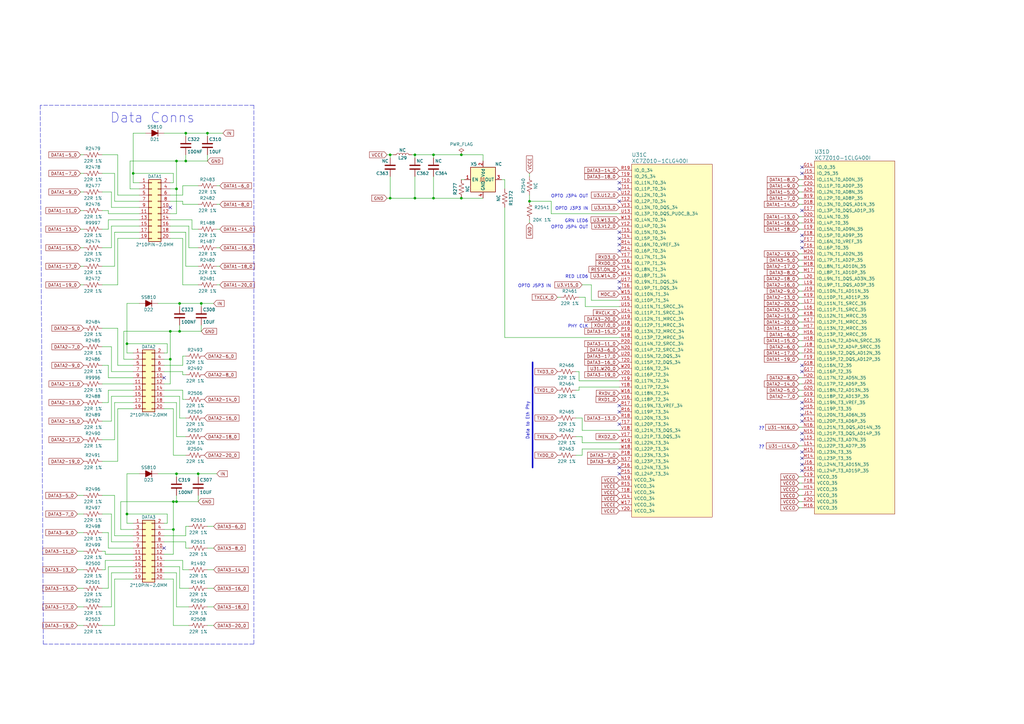
<source format=kicad_sch>
(kicad_sch (version 20230121) (generator eeschema)
  (paper "A3")
  (title_block (title "EBAZ4205 Schematic rebuild.") (date "2021-02-15") (rev "V004") (comment 1 "Some schematic symbols have been eeditted to clear DRC errors") (comment 2 "Extra PWR_FLAGS have been added to clear DRC errors") (comment 3 "Kicad does not allow refs like RxxxA some some devices have been renumbered"))
  (junction (at 72.39 77.47) (diameter 0.9144))
  (junction (at 189.23 63.5) (diameter 0.9144))
  (junction (at 189.23 81.28) (diameter 0.9144))
  (junction (at 71.12 217.17) (diameter 0.9144))
  (junction (at 72.39 205.74) (diameter 0.9144))
  (junction (at 73.66 135.89) (diameter 0.9144))
  (junction (at 217.17 82.55) (diameter 0.9144))
  (junction (at 52.07 140.97) (diameter 0.9144))
  (junction (at 170.18 63.5) (diameter 0.9144))
  (junction (at 71.12 205.74) (diameter 0.9144))
  (junction (at 82.55 124.46) (diameter 0.9144))
  (junction (at 69.85 135.89) (diameter 0.9144))
  (junction (at 81.28 194.31) (diameter 0.9144))
  (junction (at 73.66 124.46) (diameter 0.9144))
  (junction (at 76.2 66.04) (diameter 0.9144))
  (junction (at 177.8 63.5) (diameter 0.9144))
  (junction (at 170.18 81.28) (diameter 0.9144))
  (junction (at 76.2 54.61) (diameter 0.9144))
  (junction (at 72.39 66.04) (diameter 0.9144))
  (junction (at 160.02 81.28) (diameter 0.9144))
  (junction (at 177.8 81.28) (diameter 0.9144))
  (junction (at 85.09 54.61) (diameter 0.9144))
  (junction (at 72.39 194.31) (diameter 0.9144))
  (junction (at 54.61 71.12) (diameter 0.9144))
  (junction (at 69.85 147.32) (diameter 0.9144))
  (junction (at 160.02 63.5) (diameter 0.9144))
  (junction (at 52.07 210.82) (diameter 0.9144))
  (no_connect (at 328.93 68.58))
  (no_connect (at 328.93 71.12))
  (no_connect (at 328.93 86.36))
  (no_connect (at 328.93 96.52))
  (no_connect (at 328.93 99.06))
  (no_connect (at 328.93 101.6))
  (no_connect (at 328.93 149.86))
  (no_connect (at 328.93 152.4))
  (no_connect (at 328.93 165.1))
  (no_connect (at 328.93 167.64))
  (no_connect (at 328.93 170.18))
  (no_connect (at 328.93 172.72))
  (no_connect (at 328.93 177.8))
  (no_connect (at 328.93 180.34))
  (no_connect (at 328.93 185.42))
  (no_connect (at 328.93 187.96))
  (no_connect (at 328.93 190.5))
  (no_connect (at 328.93 193.04))
  (no_connect (at 67.31 154.94))
  (no_connect (at 67.31 224.79))
  (no_connect (at 69.85 85.09))
  (no_connect (at 254 74.93))
  (no_connect (at 254 77.47))
  (no_connect (at 254 82.55))
  (no_connect (at 254 95.25))
  (no_connect (at 254 97.79))
  (no_connect (at 254 100.33))
  (no_connect (at 254 102.87))
  (no_connect (at 254 115.57))
  (no_connect (at 254 118.11))
  (no_connect (at 254 166.37))
  (no_connect (at 254 168.91))
  (no_connect (at 254 173.99))
  (no_connect (at 254 191.77))
  (no_connect (at 254 194.31))
  (wire (pts (xy 31.75 233.68) (xy 34.29 233.68)))
  (wire (pts (xy 77.47 92.71) (xy 69.85 92.71)))
  (wire (pts (xy 57.15 97.79) (xy 48.26 97.79)))
  (wire (pts (xy 327.66 208.28) (xy 328.93 208.28)))
  (wire (pts (xy 54.61 71.12) (xy 71.12 71.12)))
  (wire (pts (xy 41.91 189.23) (xy 48.26 189.23)))
  (wire (pts (xy 88.9 109.22) (xy 90.17 109.22)))
  (wire (pts (xy 52.07 194.31) (xy 52.07 210.82)))
  (wire (pts (xy 237.49 156.21) (xy 237.49 152.4)))
  (wire (pts (xy 31.75 226.06) (xy 34.29 226.06)))
  (wire (pts (xy 74.93 152.4) (xy 67.31 152.4)))
  (wire (pts (xy 327.66 83.82) (xy 328.93 83.82)))
  (wire (pts (xy 254 123.19) (xy 242.57 123.19)))
  (polyline (pts (xy 218.44 148.59) (xy 218.44 191.77)) (stroke (width 0.6) (type solid)))
  (wire (pts (xy 168.91 63.5) (xy 170.18 63.5)))
  (wire (pts (xy 67.31 232.41) (xy 73.66 232.41)))
  (wire (pts (xy 67.31 227.33) (xy 71.12 227.33)))
  (wire (pts (xy 71.12 217.17) (xy 71.12 205.74)))
  (wire (pts (xy 71.12 217.17) (xy 71.12 227.33)))
  (wire (pts (xy 327.66 134.62) (xy 328.93 134.62)))
  (wire (pts (xy 76.2 153.67) (xy 74.93 153.67)))
  (wire (pts (xy 170.18 81.28) (xy 160.02 81.28)))
  (wire (pts (xy 160.02 81.28) (xy 158.75 81.28)))
  (wire (pts (xy 327.66 195.58) (xy 328.93 195.58)))
  (wire (pts (xy 48.26 63.5) (xy 41.91 63.5)))
  (wire (pts (xy 59.69 54.61) (xy 54.61 54.61)))
  (wire (pts (xy 44.45 218.44) (xy 41.91 218.44)))
  (wire (pts (xy 68.58 144.78) (xy 67.31 144.78)))
  (wire (pts (xy 205.74 73.66) (xy 207.01 73.66)))
  (wire (pts (xy 33.02 93.98) (xy 34.29 93.98)))
  (wire (pts (xy 85.09 224.79) (xy 87.63 224.79)))
  (wire (pts (xy 71.12 167.64) (xy 67.31 167.64)))
  (wire (pts (xy 33.02 109.22) (xy 34.29 109.22)))
  (wire (pts (xy 54.61 154.94) (xy 44.45 154.94)))
  (wire (pts (xy 82.55 124.46) (xy 87.63 124.46)))
  (wire (pts (xy 46.99 71.12) (xy 46.99 82.55)))
  (wire (pts (xy 49.53 205.74) (xy 71.12 205.74)))
  (wire (pts (xy 72.39 205.74) (xy 71.12 205.74)))
  (wire (pts (xy 74.93 229.87) (xy 74.93 233.68)))
  (wire (pts (xy 237.49 152.4) (xy 236.22 152.4)))
  (wire (pts (xy 327.66 175.26) (xy 328.93 175.26)))
  (wire (pts (xy 82.55 124.46) (xy 82.55 125.73)))
  (wire (pts (xy 76.2 163.83) (xy 74.93 163.83)))
  (wire (pts (xy 67.31 229.87) (xy 74.93 229.87)))
  (wire (pts (xy 41.91 71.12) (xy 46.99 71.12)))
  (wire (pts (xy 74.93 153.67) (xy 74.93 152.4)))
  (wire (pts (xy 228.6 121.92) (xy 229.87 121.92)))
  (wire (pts (xy 67.31 217.17) (xy 71.12 217.17)))
  (wire (pts (xy 81.28 194.31) (xy 88.9 194.31)))
  (wire (pts (xy 240.03 125.73) (xy 240.03 121.92)))
  (wire (pts (xy 78.74 93.98) (xy 78.74 90.17)))
  (wire (pts (xy 76.2 171.45) (xy 73.66 171.45)))
  (wire (pts (xy 217.17 82.55) (xy 226.06 82.55)))
  (wire (pts (xy 45.72 172.72) (xy 41.91 172.72)))
  (wire (pts (xy 71.12 256.54) (xy 77.47 256.54)))
  (wire (pts (xy 31.75 256.54) (xy 34.29 256.54)))
  (wire (pts (xy 49.53 205.74) (xy 49.53 217.17)))
  (wire (pts (xy 198.12 63.5) (xy 198.12 66.04)))
  (wire (pts (xy 44.45 232.41) (xy 44.45 241.3)))
  (wire (pts (xy 67.31 237.49) (xy 71.12 237.49)))
  (wire (pts (xy 76.2 186.69) (xy 71.12 186.69)))
  (wire (pts (xy 327.66 91.44) (xy 328.93 91.44)))
  (wire (pts (xy 33.02 63.5) (xy 34.29 63.5)))
  (wire (pts (xy 69.85 147.32) (xy 69.85 135.89)))
  (wire (pts (xy 254 158.75) (xy 237.49 158.75)))
  (wire (pts (xy 217.17 71.12) (xy 217.17 72.39)))
  (wire (pts (xy 207.01 138.43) (xy 254 138.43)))
  (wire (pts (xy 54.61 54.61) (xy 54.61 71.12)))
  (wire (pts (xy 52.07 124.46) (xy 52.07 140.97)))
  (wire (pts (xy 72.39 234.95) (xy 72.39 248.92)))
  (wire (pts (xy 72.39 77.47) (xy 72.39 66.04)))
  (wire (pts (xy 31.75 210.82) (xy 34.29 210.82)))
  (wire (pts (xy 46.99 180.34) (xy 41.91 180.34)))
  (wire (pts (xy 74.93 116.84) (xy 74.93 97.79)))
  (wire (pts (xy 33.02 101.6) (xy 34.29 101.6)))
  (wire (pts (xy 52.07 210.82) (xy 68.58 210.82)))
  (wire (pts (xy 73.66 232.41) (xy 73.66 241.3)))
  (wire (pts (xy 76.2 95.25) (xy 69.85 95.25)))
  (wire (pts (xy 327.66 114.3) (xy 328.93 114.3)))
  (wire (pts (xy 327.66 127) (xy 328.93 127)))
  (wire (pts (xy 33.02 71.12) (xy 34.29 71.12)))
  (wire (pts (xy 85.09 54.61) (xy 91.44 54.61)))
  (wire (pts (xy 88.9 93.98) (xy 90.17 93.98)))
  (wire (pts (xy 327.66 203.2) (xy 328.93 203.2)))
  (wire (pts (xy 327.66 142.24) (xy 328.93 142.24)))
  (wire (pts (xy 46.99 237.49) (xy 46.99 256.54)))
  (wire (pts (xy 327.66 144.78) (xy 328.93 144.78)))
  (wire (pts (xy 45.72 234.95) (xy 45.72 248.92)))
  (wire (pts (xy 74.93 149.86) (xy 67.31 149.86)))
  (wire (pts (xy 41.91 226.06) (xy 43.18 226.06)))
  (wire (pts (xy 44.45 87.63) (xy 57.15 87.63)))
  (wire (pts (xy 73.66 133.35) (xy 73.66 135.89)))
  (wire (pts (xy 76.2 179.07) (xy 72.39 179.07)))
  (wire (pts (xy 88.9 83.82) (xy 90.17 83.82)))
  (wire (pts (xy 74.93 160.02) (xy 67.31 160.02)))
  (wire (pts (xy 45.72 162.56) (xy 45.72 172.72)))
  (wire (pts (xy 242.57 123.19) (xy 242.57 116.84)))
  (polyline (pts (xy 16.51 43.18) (xy 17.78 264.16)) (stroke (width 0) (type dash)))
  (polyline (pts (xy 17.78 264.16) (xy 104.14 264.16)) (stroke (width 0) (type dash)))
  (polyline (pts (xy 104.14 43.18) (xy 16.51 43.18)) (stroke (width 0) (type dash)))
  (polyline (pts (xy 104.14 264.16) (xy 104.14 43.18)) (stroke (width 0) (type dash)))
  (wire (pts (xy 74.93 83.82) (xy 74.93 82.55)))
  (wire (pts (xy 46.99 256.54) (xy 41.91 256.54)))
  (wire (pts (xy 52.07 210.82) (xy 52.07 214.63)))
  (wire (pts (xy 81.28 93.98) (xy 78.74 93.98)))
  (wire (pts (xy 177.8 63.5) (xy 177.8 64.77)))
  (wire (pts (xy 74.93 76.2) (xy 74.93 80.01)))
  (wire (pts (xy 54.61 167.64) (xy 48.26 167.64)))
  (wire (pts (xy 327.66 129.54) (xy 328.93 129.54)))
  (wire (pts (xy 67.31 147.32) (xy 69.85 147.32)))
  (wire (pts (xy 76.2 63.5) (xy 76.2 66.04)))
  (wire (pts (xy 54.61 162.56) (xy 45.72 162.56)))
  (wire (pts (xy 78.74 90.17) (xy 69.85 90.17)))
  (wire (pts (xy 77.47 101.6) (xy 77.47 92.71)))
  (wire (pts (xy 48.26 134.62) (xy 41.91 134.62)))
  (wire (pts (xy 41.91 157.48) (xy 54.61 157.48)))
  (wire (pts (xy 85.09 248.92) (xy 87.63 248.92)))
  (wire (pts (xy 54.61 160.02) (xy 44.45 160.02)))
  (wire (pts (xy 45.72 101.6) (xy 45.72 92.71)))
  (wire (pts (xy 43.18 233.68) (xy 41.91 233.68)))
  (wire (pts (xy 81.28 205.74) (xy 72.39 205.74)))
  (wire (pts (xy 82.55 135.89) (xy 73.66 135.89)))
  (wire (pts (xy 327.66 137.16) (xy 328.93 137.16)))
  (wire (pts (xy 72.39 179.07) (xy 72.39 165.1)))
  (wire (pts (xy 45.72 78.74) (xy 45.72 85.09)))
  (wire (pts (xy 43.18 229.87) (xy 43.18 233.68)))
  (wire (pts (xy 45.72 248.92) (xy 41.91 248.92)))
  (wire (pts (xy 198.12 81.28) (xy 189.23 81.28)))
  (wire (pts (xy 52.07 140.97) (xy 68.58 140.97)))
  (wire (pts (xy 31.75 248.92) (xy 34.29 248.92)))
  (wire (pts (xy 69.85 135.89) (xy 50.8 135.89)))
  (wire (pts (xy 237.49 158.75) (xy 237.49 160.02)))
  (wire (pts (xy 54.61 237.49) (xy 46.99 237.49)))
  (wire (pts (xy 54.61 165.1) (xy 46.99 165.1)))
  (wire (pts (xy 160.02 72.39) (xy 160.02 81.28)))
  (wire (pts (xy 48.26 116.84) (xy 41.91 116.84)))
  (wire (pts (xy 44.45 224.79) (xy 44.45 218.44)))
  (wire (pts (xy 238.76 176.53) (xy 238.76 171.45)))
  (wire (pts (xy 67.31 219.71) (xy 76.2 219.71)))
  (wire (pts (xy 177.8 72.39) (xy 177.8 81.28)))
  (wire (pts (xy 73.66 124.46) (xy 82.55 124.46)))
  (wire (pts (xy 177.8 63.5) (xy 189.23 63.5)))
  (wire (pts (xy 189.23 63.5) (xy 198.12 63.5)))
  (wire (pts (xy 170.18 72.39) (xy 170.18 81.28)))
  (wire (pts (xy 50.8 147.32) (xy 54.61 147.32)))
  (wire (pts (xy 54.61 229.87) (xy 43.18 229.87)))
  (wire (pts (xy 46.99 82.55) (xy 57.15 82.55)))
  (wire (pts (xy 74.93 233.68) (xy 77.47 233.68)))
  (wire (pts (xy 72.39 66.04) (xy 53.34 66.04)))
  (wire (pts (xy 161.29 63.5) (xy 160.02 63.5)))
  (wire (pts (xy 72.39 77.47) (xy 72.39 87.63)))
  (wire (pts (xy 85.09 241.3) (xy 87.63 241.3)))
  (wire (pts (xy 73.66 162.56) (xy 67.31 162.56)))
  (wire (pts (xy 327.66 198.12) (xy 328.93 198.12)))
  (wire (pts (xy 327.66 182.88) (xy 328.93 182.88)))
  (wire (pts (xy 54.61 74.93) (xy 57.15 74.93)))
  (wire (pts (xy 76.2 109.22) (xy 76.2 95.25)))
  (wire (pts (xy 71.12 71.12) (xy 71.12 74.93)))
  (wire (pts (xy 48.26 149.86) (xy 48.26 134.62)))
  (wire (pts (xy 54.61 152.4) (xy 45.72 152.4)))
  (wire (pts (xy 74.93 80.01) (xy 69.85 80.01)))
  (wire (pts (xy 41.91 109.22) (xy 46.99 109.22)))
  (wire (pts (xy 53.34 66.04) (xy 53.34 77.47)))
  (wire (pts (xy 327.66 88.9) (xy 328.93 88.9)))
  (wire (pts (xy 44.45 149.86) (xy 41.91 149.86)))
  (wire (pts (xy 254 125.73) (xy 240.03 125.73)))
  (wire (pts (xy 327.66 106.68) (xy 328.93 106.68)))
  (wire (pts (xy 52.07 124.46) (xy 57.15 124.46)))
  (wire (pts (xy 254 184.15) (xy 238.76 184.15)))
  (wire (pts (xy 238.76 171.45) (xy 236.22 171.45)))
  (wire (pts (xy 327.66 132.08) (xy 328.93 132.08)))
  (wire (pts (xy 64.77 124.46) (xy 73.66 124.46)))
  (wire (pts (xy 44.45 160.02) (xy 44.45 165.1)))
  (wire (pts (xy 76.2 215.9) (xy 77.47 215.9)))
  (wire (pts (xy 52.07 140.97) (xy 52.07 144.78)))
  (wire (pts (xy 327.66 119.38) (xy 328.93 119.38)))
  (wire (pts (xy 31.75 218.44) (xy 34.29 218.44)))
  (wire (pts (xy 45.72 152.4) (xy 45.72 142.24)))
  (wire (pts (xy 31.75 203.2) (xy 34.29 203.2)))
  (wire (pts (xy 73.66 135.89) (xy 69.85 135.89)))
  (wire (pts (xy 54.61 219.71) (xy 46.99 219.71)))
  (wire (pts (xy 327.66 121.92) (xy 328.93 121.92)))
  (wire (pts (xy 88.9 101.6) (xy 90.17 101.6)))
  (wire (pts (xy 72.39 87.63) (xy 69.85 87.63)))
  (wire (pts (xy 44.45 90.17) (xy 57.15 90.17)))
  (wire (pts (xy 327.66 78.74) (xy 328.93 78.74)))
  (wire (pts (xy 327.66 124.46) (xy 328.93 124.46)))
  (wire (pts (xy 327.66 162.56) (xy 328.93 162.56)))
  (wire (pts (xy 236.22 186.69) (xy 238.76 186.69)))
  (wire (pts (xy 236.22 179.07) (xy 238.76 179.07)))
  (wire (pts (xy 68.58 210.82) (xy 68.58 214.63)))
  (wire (pts (xy 88.9 116.84) (xy 90.17 116.84)))
  (wire (pts (xy 52.07 214.63) (xy 54.61 214.63)))
  (wire (pts (xy 72.39 203.2) (xy 72.39 205.74)))
  (wire (pts (xy 50.8 135.89) (xy 50.8 147.32)))
  (wire (pts (xy 57.15 194.31) (xy 52.07 194.31)))
  (wire (pts (xy 170.18 63.5) (xy 170.18 64.77)))
  (wire (pts (xy 207.01 73.66) (xy 207.01 77.47)))
  (wire (pts (xy 76.2 224.79) (xy 77.47 224.79)))
  (wire (pts (xy 327.66 157.48) (xy 328.93 157.48)))
  (wire (pts (xy 43.18 227.33) (xy 54.61 227.33)))
  (wire (pts (xy 76.2 54.61) (xy 85.09 54.61)))
  (wire (pts (xy 71.12 186.69) (xy 71.12 167.64)))
  (wire (pts (xy 190.5 73.66) (xy 189.23 73.66)))
  (wire (pts (xy 81.28 194.31) (xy 81.28 195.58)))
  (wire (pts (xy 226.06 87.63) (xy 226.06 82.55)))
  (wire (pts (xy 207.01 85.09) (xy 207.01 138.43)))
  (wire (pts (xy 74.93 163.83) (xy 74.93 160.02)))
  (wire (pts (xy 327.66 76.2) (xy 328.93 76.2)))
  (wire (pts (xy 327.66 111.76) (xy 328.93 111.76)))
  (wire (pts (xy 85.09 66.04) (xy 76.2 66.04)))
  (wire (pts (xy 327.66 73.66) (xy 328.93 73.66)))
  (wire (pts (xy 327.66 109.22) (xy 328.93 109.22)))
  (wire (pts (xy 74.93 97.79) (xy 69.85 97.79)))
  (wire (pts (xy 33.02 78.74) (xy 34.29 78.74)))
  (wire (pts (xy 236.22 160.02) (xy 237.49 160.02)))
  (wire (pts (xy 170.18 63.5) (xy 177.8 63.5)))
  (wire (pts (xy 54.61 224.79) (xy 44.45 224.79)))
  (wire (pts (xy 45.72 210.82) (xy 41.91 210.82)))
  (wire (pts (xy 327.66 104.14) (xy 328.93 104.14)))
  (wire (pts (xy 327.66 93.98) (xy 328.93 93.98)))
  (wire (pts (xy 254 156.21) (xy 237.49 156.21)))
  (wire (pts (xy 44.45 93.98) (xy 44.45 90.17)))
  (wire (pts (xy 72.39 248.92) (xy 77.47 248.92)))
  (wire (pts (xy 72.39 194.31) (xy 72.39 195.58)))
  (wire (pts (xy 177.8 81.28) (xy 189.23 81.28)))
  (wire (pts (xy 44.45 154.94) (xy 44.45 149.86)))
  (wire (pts (xy 81.28 116.84) (xy 74.93 116.84)))
  (wire (pts (xy 81.28 83.82) (xy 74.93 83.82)))
  (wire (pts (xy 238.76 184.15) (xy 238.76 186.69)))
  (wire (pts (xy 49.53 217.17) (xy 54.61 217.17)))
  (wire (pts (xy 254 87.63) (xy 226.06 87.63)))
  (wire (pts (xy 46.99 219.71) (xy 46.99 203.2)))
  (wire (pts (xy 69.85 77.47) (xy 72.39 77.47)))
  (wire (pts (xy 76.2 146.05) (xy 74.93 146.05)))
  (wire (pts (xy 68.58 214.63) (xy 67.31 214.63)))
  (wire (pts (xy 44.45 86.36) (xy 44.45 87.63)))
  (wire (pts (xy 254 181.61) (xy 238.76 181.61)))
  (wire (pts (xy 48.26 167.64) (xy 48.26 189.23)))
  (wire (pts (xy 327.66 147.32) (xy 328.93 147.32)))
  (wire (pts (xy 73.66 241.3) (xy 77.47 241.3)))
  (wire (pts (xy 46.99 109.22) (xy 46.99 95.25)))
  (wire (pts (xy 44.45 165.1) (xy 41.91 165.1)))
  (wire (pts (xy 54.61 232.41) (xy 44.45 232.41)))
  (wire (pts (xy 53.34 77.47) (xy 57.15 77.47)))
  (wire (pts (xy 177.8 81.28) (xy 170.18 81.28)))
  (wire (pts (xy 52.07 144.78) (xy 54.61 144.78)))
  (wire (pts (xy 54.61 71.12) (xy 54.61 74.93)))
  (wire (pts (xy 74.93 82.55) (xy 69.85 82.55)))
  (wire (pts (xy 72.39 165.1) (xy 67.31 165.1)))
  (wire (pts (xy 45.72 92.71) (xy 57.15 92.71)))
  (wire (pts (xy 160.02 63.5) (xy 160.02 64.77)))
  (wire (pts (xy 45.72 222.25) (xy 45.72 210.82)))
  (wire (pts (xy 41.91 93.98) (xy 44.45 93.98)))
  (wire (pts (xy 54.61 222.25) (xy 45.72 222.25)))
  (wire (pts (xy 33.02 116.84) (xy 34.29 116.84)))
  (wire (pts (xy 48.26 97.79) (xy 48.26 116.84)))
  (wire (pts (xy 81.28 203.2) (xy 81.28 205.74)))
  (wire (pts (xy 81.28 194.31) (xy 72.39 194.31)))
  (wire (pts (xy 327.66 205.74) (xy 328.93 205.74)))
  (wire (pts (xy 57.15 80.01) (xy 48.26 80.01)))
  (wire (pts (xy 73.66 124.46) (xy 73.66 125.73)))
  (wire (pts (xy 158.75 63.5) (xy 160.02 63.5)))
  (wire (pts (xy 74.93 146.05) (xy 74.93 149.86)))
  (wire (pts (xy 44.45 241.3) (xy 41.91 241.3)))
  (wire (pts (xy 217.17 80.01) (xy 217.17 82.55)))
  (wire (pts (xy 76.2 219.71) (xy 76.2 215.9)))
  (wire (pts (xy 67.31 222.25) (xy 76.2 222.25)))
  (wire (pts (xy 327.66 81.28) (xy 328.93 81.28)))
  (wire (pts (xy 69.85 147.32) (xy 69.85 157.48)))
  (wire (pts (xy 43.18 226.06) (xy 43.18 227.33)))
  (wire (pts (xy 71.12 74.93) (xy 69.85 74.93)))
  (wire (pts (xy 81.28 76.2) (xy 74.93 76.2)))
  (wire (pts (xy 76.2 54.61) (xy 76.2 55.88)))
  (wire (pts (xy 327.66 139.7) (xy 328.93 139.7)))
  (wire (pts (xy 217.17 90.17) (xy 217.17 91.44)))
  (wire (pts (xy 45.72 85.09) (xy 57.15 85.09)))
  (wire (pts (xy 238.76 181.61) (xy 238.76 179.07)))
  (wire (pts (xy 41.91 101.6) (xy 45.72 101.6)))
  (wire (pts (xy 48.26 80.01) (xy 48.26 63.5)))
  (wire (pts (xy 76.2 222.25) (xy 76.2 224.79)))
  (wire (pts (xy 31.75 241.3) (xy 34.29 241.3)))
  (wire (pts (xy 68.58 140.97) (xy 68.58 144.78)))
  (wire (pts (xy 71.12 237.49) (xy 71.12 256.54)))
  (wire (pts (xy 46.99 203.2) (xy 41.91 203.2)))
  (wire (pts (xy 85.09 233.68) (xy 87.63 233.68)))
  (wire (pts (xy 76.2 66.04) (xy 72.39 66.04)))
  (wire (pts (xy 327.66 116.84) (xy 328.93 116.84)))
  (wire (pts (xy 54.61 149.86) (xy 48.26 149.86)))
  (wire (pts (xy 85.09 63.5) (xy 85.09 66.04)))
  (wire (pts (xy 69.85 157.48) (xy 67.31 157.48)))
  (wire (pts (xy 73.66 171.45) (xy 73.66 162.56)))
  (wire (pts (xy 64.77 194.31) (xy 72.39 194.31)))
  (wire (pts (xy 327.66 160.02) (xy 328.93 160.02)))
  (wire (pts (xy 327.66 154.94) (xy 328.93 154.94)))
  (wire (pts (xy 41.91 86.36) (xy 44.45 86.36)))
  (wire (pts (xy 54.61 234.95) (xy 45.72 234.95)))
  (wire (pts (xy 85.09 256.54) (xy 87.63 256.54)))
  (wire (pts (xy 41.91 78.74) (xy 45.72 78.74)))
  (wire (pts (xy 67.31 234.95) (xy 72.39 234.95)))
  (wire (pts (xy 46.99 95.25) (xy 57.15 95.25)))
  (wire (pts (xy 45.72 142.24) (xy 41.91 142.24)))
  (wire (pts (xy 81.28 109.22) (xy 76.2 109.22)))
  (wire (pts (xy 327.66 200.66) (xy 328.93 200.66)))
  (wire (pts (xy 254 176.53) (xy 238.76 176.53)))
  (wire (pts (xy 240.03 121.92) (xy 237.49 121.92)))
  (wire (pts (xy 88.9 76.2) (xy 90.17 76.2)))
  (wire (pts (xy 85.09 215.9) (xy 87.63 215.9)))
  (wire (pts (xy 67.31 54.61) (xy 76.2 54.61)))
  (wire (pts (xy 33.02 86.36) (xy 34.29 86.36)))
  (wire (pts (xy 238.76 116.84) (xy 242.57 116.84)))
  (wire (pts (xy 82.55 133.35) (xy 82.55 135.89)))
  (wire (pts (xy 85.09 54.61) (xy 85.09 55.88)))
  (wire (pts (xy 46.99 165.1) (xy 46.99 180.34)))
  (wire (pts (xy 81.28 101.6) (xy 77.47 101.6)))
  (text "OPTO J5P3 IN" (at 226.06 118.11 0) (effects (font (size 1.27 1.27)) (justify right bottom)))
  (text "??" (at 311.15 176.53 0) (effects (font (size 1.27 1.27)) (justify left bottom)))
  (text "Data Conns" (at 45.085 50.785 0) (effects (font (size 4 4)) (justify left bottom)))
  (text "PHY CLK" (at 241.3 134.62 0) (effects (font (size 1.27 1.27)) (justify right bottom)))
  (text "??" (at 311.15 184.15 0) (effects (font (size 1.27 1.27)) (justify left bottom)))
  (text "OPTO J5P4 OUT" (at 241.3 93.98 0) (effects (font (size 1.27 1.27)) (justify right bottom)))
  (text "OPTO J3P4 OUT" (at 241.3 81.28 0) (effects (font (size 1.27 1.27)) (justify right bottom)))
  (text "Data to Eth Phy" (at 217.17 180.34 90) (effects (font (size 1.27 1.27)) (justify left bottom)))
  (text "OPTO J3P3 IN" (at 241.3 86.36 0) (effects (font (size 1.27 1.27)) (justify right bottom)))
  (text "RED LED6" (at 241.3 114.3 0) (effects (font (size 1.27 1.27)) (justify right bottom)))
  (text "GRN LED6" (at 241.3 91.44 0) (effects (font (size 1.27 1.27)) (justify right bottom)))
  (global_label "DATA1-6_0" (shape input) (at 327.66 137.16 180) (property "Intersheetrefs" "${INTERSHEET_REFS}" (effects hide)))
  (global_label "DATA3-6_0" (shape input) (at 87.63 215.9 0) (property "Intersheetrefs" "${INTERSHEET_REFS}" (effects hide)))
  (global_label "U3.W14_0" (shape input) (at 254 113.03 180) (property "Intersheetrefs" "${INTERSHEET_REFS}" (effects hide)))
  (global_label "VCCE" (shape input) (at 254 207.01 180) (property "Intersheetrefs" "${INTERSHEET_REFS}" (effects hide)))
  (global_label "DATA3-15_0" (shape input) (at 31.75 241.3 180) (property "Intersheetrefs" "${INTERSHEET_REFS}" (effects hide)))
  (global_label "DATA3-14_0" (shape input) (at 254 69.85 180) (property "Intersheetrefs" "${INTERSHEET_REFS}" (effects hide)))
  (global_label "DATA1-8_0" (shape input) (at 327.66 73.66 180) (property "Intersheetrefs" "${INTERSHEET_REFS}" (effects hide)))
  (global_label "DATA2-18_0" (shape input) (at 83.82 179.07 0) (property "Intersheetrefs" "${INTERSHEET_REFS}" (effects hide)))
  (global_label "DATA3-19_0" (shape input) (at 254 153.67 180) (property "Intersheetrefs" "${INTERSHEET_REFS}" (effects hide)))
  (global_label "DATA2-9_0" (shape input) (at 34.29 149.86 180) (property "Intersheetrefs" "${INTERSHEET_REFS}" (effects hide)))
  (global_label "IN" (shape input) (at 87.63 124.46 0) (property "Intersheetrefs" "${INTERSHEET_REFS}" (effects hide)))
  (global_label "DATA2-13_0" (shape input) (at 34.29 165.1 180) (property "Intersheetrefs" "${INTERSHEET_REFS}" (effects hide)))
  (global_label "VCCE" (shape input) (at 217.17 71.12 90) (property "Intersheetrefs" "${INTERSHEET_REFS}" (effects hide)))
  (global_label "DATA1-18_0" (shape input) (at 327.66 93.98 180) (property "Intersheetrefs" "${INTERSHEET_REFS}" (effects hide)))
  (global_label "DATA1-18_0" (shape input) (at 90.17 109.22 0) (property "Intersheetrefs" "${INTERSHEET_REFS}" (effects hide)))
  (global_label "DATA1-16_0" (shape input) (at 327.66 91.44 180) (property "Intersheetrefs" "${INTERSHEET_REFS}" (effects hide)))
  (global_label "VCCO" (shape input) (at 327.66 200.66 180) (property "Intersheetrefs" "${INTERSHEET_REFS}" (effects hide)))
  (global_label "U31-L14_0" (shape input) (at 327.66 182.88 180) (property "Intersheetrefs" "${INTERSHEET_REFS}" (effects hide)))
  (global_label "VCCO" (shape input) (at 327.66 203.2 180) (property "Intersheetrefs" "${INTERSHEET_REFS}" (effects hide)))
  (global_label "DATA2-20_0" (shape input) (at 327.66 124.46 180) (property "Intersheetrefs" "${INTERSHEET_REFS}" (effects hide)))
  (global_label "DATA2-16_0" (shape input) (at 327.66 116.84 180) (property "Intersheetrefs" "${INTERSHEET_REFS}" (effects hide)))
  (global_label "DATA2-15_0" (shape input) (at 327.66 127 180) (property "Intersheetrefs" "${INTERSHEET_REFS}" (effects hide)))
  (global_label "DATA2-15_0" (shape input) (at 34.29 172.72 180) (property "Intersheetrefs" "${INTERSHEET_REFS}" (effects hide)))
  (global_label "VCCE" (shape input) (at 254 201.93 180) (property "Intersheetrefs" "${INTERSHEET_REFS}" (effects hide)))
  (global_label "VCCO" (shape input) (at 327.66 198.12 180) (property "Intersheetrefs" "${INTERSHEET_REFS}" (effects hide)))
  (global_label "DATA3-7_0" (shape input) (at 31.75 210.82 180) (property "Intersheetrefs" "${INTERSHEET_REFS}" (effects hide)))
  (global_label "VCCO" (shape input) (at 327.66 195.58 180) (property "Intersheetrefs" "${INTERSHEET_REFS}" (effects hide)))
  (global_label "U3.V13_0" (shape input) (at 254 85.09 180) (property "Intersheetrefs" "${INTERSHEET_REFS}" (effects hide)))
  (global_label "VCCE" (shape input) (at 158.75 63.5 180) (property "Intersheetrefs" "${INTERSHEET_REFS}" (effects hide)))
  (global_label "DATA3-5_0" (shape input) (at 31.75 203.2 180) (property "Intersheetrefs" "${INTERSHEET_REFS}" (effects hide)))
  (global_label "RXDV_0" (shape input) (at 254 161.29 180) (property "Intersheetrefs" "${INTERSHEET_REFS}" (effects hide)))
  (global_label "DATA2-8_0" (shape input) (at 83.82 153.67 0) (property "Intersheetrefs" "${INTERSHEET_REFS}" (effects hide)))
  (global_label "DATA3-9_0" (shape input) (at 254 189.23 180) (property "Intersheetrefs" "${INTERSHEET_REFS}" (effects hide)))
  (global_label "DATA3-13_0" (shape input) (at 31.75 233.68 180) (property "Intersheetrefs" "${INTERSHEET_REFS}" (effects hide)))
  (global_label "DATA3-14_0" (shape input) (at 87.63 233.68 0) (property "Intersheetrefs" "${INTERSHEET_REFS}" (effects hide)))
  (global_label "DATA3-18_0" (shape input) (at 87.63 248.92 0) (property "Intersheetrefs" "${INTERSHEET_REFS}" (effects hide)))
  (global_label "DATA3-8_0" (shape input) (at 327.66 111.76 180) (property "Intersheetrefs" "${INTERSHEET_REFS}" (effects hide)))
  (global_label "DATA2-7_0" (shape input) (at 327.66 162.56 180) (property "Intersheetrefs" "${INTERSHEET_REFS}" (effects hide)))
  (global_label "DATA1-14_0" (shape input) (at 90.17 93.98 0) (property "Intersheetrefs" "${INTERSHEET_REFS}" (effects hide)))
  (global_label "MDC_0" (shape input) (at 254 120.65 180) (property "Intersheetrefs" "${INTERSHEET_REFS}" (effects hide)))
  (global_label "DATA3-17_0" (shape input) (at 31.75 248.92 180) (property "Intersheetrefs" "${INTERSHEET_REFS}" (effects hide)))
  (global_label "DATA1-15_0" (shape input) (at 327.66 139.7 180) (property "Intersheetrefs" "${INTERSHEET_REFS}" (effects hide)))
  (global_label "DATA3-7_0" (shape input) (at 254 186.69 180) (property "Intersheetrefs" "${INTERSHEET_REFS}" (effects hide)))
  (global_label "DATA1-7_0" (shape input) (at 327.66 81.28 180) (property "Intersheetrefs" "${INTERSHEET_REFS}" (effects hide)))
  (global_label "DATA1-19_0" (shape input) (at 327.66 147.32 180) (property "Intersheetrefs" "${INTERSHEET_REFS}" (effects hide)))
  (global_label "DATA2-19_0" (shape input) (at 34.29 189.23 180) (property "Intersheetrefs" "${INTERSHEET_REFS}" (effects hide)))
  (global_label "DATA2-17_0" (shape input) (at 34.29 180.34 180) (property "Intersheetrefs" "${INTERSHEET_REFS}" (effects hide)))
  (global_label "DATA2-8_0" (shape input) (at 327.66 154.94 180) (property "Intersheetrefs" "${INTERSHEET_REFS}" (effects hide)))
  (global_label "DATA1-5_0" (shape input) (at 327.66 78.74 180) (property "Intersheetrefs" "${INTERSHEET_REFS}" (effects hide)))
  (global_label "DATA1-11_0" (shape input) (at 327.66 134.62 180) (property "Intersheetrefs" "${INTERSHEET_REFS}" (effects hide)))
  (global_label "DATA3-16_0" (shape input) (at 254 148.59 180) (property "Intersheetrefs" "${INTERSHEET_REFS}" (effects hide)))
  (global_label "DATA2-9_0" (shape input) (at 327.66 119.38 180) (property "Intersheetrefs" "${INTERSHEET_REFS}" (effects hide)))
  (global_label "TXD3_0" (shape input) (at 228.6 152.4 180) (property "Intersheetrefs" "${INTERSHEET_REFS}" (effects hide)))
  (global_label "DATA1-17_0" (shape input) (at 33.02 109.22 180) (property "Intersheetrefs" "${INTERSHEET_REFS}" (effects hide)))
  (global_label "GND" (shape input) (at 82.55 135.89 0) (property "Intersheetrefs" "${INTERSHEET_REFS}" (effects hide)))
  (global_label "DATA2-11_0" (shape input) (at 34.29 157.48 180) (property "Intersheetrefs" "${INTERSHEET_REFS}" (effects hide)))
  (global_label "IN" (shape input) (at 91.44 54.61 0) (property "Intersheetrefs" "${INTERSHEET_REFS}" (effects hide)))
  (global_label "DATA1-9_0" (shape input) (at 33.02 78.74 180) (property "Intersheetrefs" "${INTERSHEET_REFS}" (effects hide)))
  (global_label "DATA3-11_0" (shape input) (at 31.75 226.06 180) (property "Intersheetrefs" "${INTERSHEET_REFS}" (effects hide)))
  (global_label "XOUT.0_0" (shape input) (at 254 133.35 180) (property "Intersheetrefs" "${INTERSHEET_REFS}" (effects hide)))
  (global_label "DATA3-9_0" (shape input) (at 31.75 218.44 180) (property "Intersheetrefs" "${INTERSHEET_REFS}" (effects hide)))
  (global_label "IN" (shape input) (at 88.9 194.31 0) (property "Intersheetrefs" "${INTERSHEET_REFS}" (effects hide)))
  (global_label "DATA1-9_0" (shape input) (at 327.66 76.2 180) (property "Intersheetrefs" "${INTERSHEET_REFS}" (effects hide)))
  (global_label "DATA2-6_0" (shape input) (at 327.66 142.24 180) (property "Intersheetrefs" "${INTERSHEET_REFS}" (effects hide)))
  (global_label "RXCLK_0" (shape input) (at 254 128.27 180) (property "Intersheetrefs" "${INTERSHEET_REFS}" (effects hide)))
  (global_label "GND" (shape input) (at 158.75 81.28 180) (property "Intersheetrefs" "${INTERSHEET_REFS}" (effects hide)))
  (global_label "DATA1-17_0" (shape input) (at 327.66 144.78 180) (property "Intersheetrefs" "${INTERSHEET_REFS}" (effects hide)))
  (global_label "U31.W20_0" (shape input) (at 254 151.13 180) (property "Intersheetrefs" "${INTERSHEET_REFS}" (effects hide)))
  (global_label "U3.W13_0" (shape input) (at 254 90.17 180) (property "Intersheetrefs" "${INTERSHEET_REFS}" (effects hide)))
  (global_label "REST.ON_0" (shape input) (at 254 110.49 180) (property "Intersheetrefs" "${INTERSHEET_REFS}" (effects hide)))
  (global_label "DATA3-16_0" (shape input) (at 87.63 241.3 0) (property "Intersheetrefs" "${INTERSHEET_REFS}" (effects hide)))
  (global_label "DATA3-6_0" (shape input) (at 254 143.51 180) (property "Intersheetrefs" "${INTERSHEET_REFS}" (effects hide)))
  (global_label "VCCE" (shape input) (at 254 199.39 180) (property "Intersheetrefs" "${INTERSHEET_REFS}" (effects hide)))
  (global_label "DATA1-20_0" (shape input) (at 327.66 132.08 180) (property "Intersheetrefs" "${INTERSHEET_REFS}" (effects hide)))
  (global_label "DATA3-19_0" (shape input) (at 31.75 256.54 180) (property "Intersheetrefs" "${INTERSHEET_REFS}" (effects hide)))
  (global_label "TXD0_0" (shape input) (at 228.6 186.69 180) (property "Intersheetrefs" "${INTERSHEET_REFS}" (effects hide)))
  (global_label "DATA2-7_0" (shape input) (at 34.29 142.24 180) (property "Intersheetrefs" "${INTERSHEET_REFS}" (effects hide)))
  (global_label "DATA3-13_0" (shape input) (at 254 171.45 180) (property "Intersheetrefs" "${INTERSHEET_REFS}" (effects hide)))
  (global_label "DATA1-11_0" (shape input) (at 33.02 86.36 180) (property "Intersheetrefs" "${INTERSHEET_REFS}" (effects hide)))
  (global_label "DATA2-11_0" (shape input) (at 327.66 129.54 180) (property "Intersheetrefs" "${INTERSHEET_REFS}" (effects hide)))
  (global_label "GND" (shape input) (at 85.09 66.04 0) (property "Intersheetrefs" "${INTERSHEET_REFS}" (effects hide)))
  (global_label "RXD0_0" (shape input) (at 254 107.95 180) (property "Intersheetrefs" "${INTERSHEET_REFS}" (effects hide)))
  (global_label "DATA3-20_0" (shape input) (at 254 130.81 180) (property "Intersheetrefs" "${INTERSHEET_REFS}" (effects hide)))
  (global_label "RXD2_0" (shape input) (at 254 179.07 180) (property "Intersheetrefs" "${INTERSHEET_REFS}" (effects hide)))
  (global_label "DATA3-11_0" (shape input) (at 254 140.97 180) (property "Intersheetrefs" "${INTERSHEET_REFS}" (effects hide)))
  (global_label "TXEN_0" (shape input) (at 228.6 179.07 180) (property "Intersheetrefs" "${INTERSHEET_REFS}" (effects hide)))
  (global_label "DATA1-5_0" (shape input) (at 33.02 63.5 180) (property "Intersheetrefs" "${INTERSHEET_REFS}" (effects hide)))
  (global_label "RXD1_0" (shape input) (at 254 163.83 180) (property "Intersheetrefs" "${INTERSHEET_REFS}" (effects hide)))
  (global_label "DATA1-13_0" (shape input) (at 33.02 93.98 180) (property "Intersheetrefs" "${INTERSHEET_REFS}" (effects hide)))
  (global_label "TXD1_0" (shape input) (at 228.6 160.02 180) (property "Intersheetrefs" "${INTERSHEET_REFS}" (effects hide)))
  (global_label "DATA1-13_0" (shape input) (at 327.66 88.9 180) (property "Intersheetrefs" "${INTERSHEET_REFS}" (effects hide)))
  (global_label "DATA3-20_0" (shape input) (at 87.63 256.54 0) (property "Intersheetrefs" "${INTERSHEET_REFS}" (effects hide)))
  (global_label "DATA2-18_0" (shape input) (at 327.66 114.3 180) (property "Intersheetrefs" "${INTERSHEET_REFS}" (effects hide)))
  (global_label "GND" (shape input) (at 81.28 205.74 0) (property "Intersheetrefs" "${INTERSHEET_REFS}" (effects hide)))
  (global_label "DATA1-20_0" (shape input) (at 90.17 116.84 0) (property "Intersheetrefs" "${INTERSHEET_REFS}" (effects hide)))
  (global_label "VCCO" (shape input) (at 327.66 205.74 180) (property "Intersheetrefs" "${INTERSHEET_REFS}" (effects hide)))
  (global_label "DATA1-6_0" (shape input) (at 90.17 76.2 0) (property "Intersheetrefs" "${INTERSHEET_REFS}" (effects hide)))
  (global_label "DATA2-14_0" (shape input) (at 83.82 163.83 0) (property "Intersheetrefs" "${INTERSHEET_REFS}" (effects hide)))
  (global_label "DATA2-5_0" (shape input) (at 34.29 134.62 180) (property "Intersheetrefs" "${INTERSHEET_REFS}" (effects hide)))
  (global_label "DATA2-13_0" (shape input) (at 327.66 121.92 180) (property "Intersheetrefs" "${INTERSHEET_REFS}" (effects hide)))
  (global_label "U3.V15_0" (shape input) (at 238.76 116.84 180) (property "Intersheetrefs" "${INTERSHEET_REFS}" (effects hide)))
  (global_label "DATA1-8_0" (shape input) (at 90.17 83.82 0) (property "Intersheetrefs" "${INTERSHEET_REFS}" (effects hide)))
  (global_label "DATA1-15_0" (shape input) (at 33.02 101.6 180) (property "Intersheetrefs" "${INTERSHEET_REFS}" (effects hide)))
  (global_label "DATA3-5_0" (shape input) (at 327.66 106.68 180) (property "Intersheetrefs" "${INTERSHEET_REFS}" (effects hide)))
  (global_label "DATA1-7_0" (shape input) (at 33.02 71.12 180) (property "Intersheetrefs" "${INTERSHEET_REFS}" (effects hide)))
  (global_label "VCCE" (shape input) (at 254 196.85 180) (property "Intersheetrefs" "${INTERSHEET_REFS}" (effects hide)))
  (global_label "DATA1-19_0" (shape input) (at 33.02 116.84 180) (property "Intersheetrefs" "${INTERSHEET_REFS}" (effects hide)))
  (global_label "DATA1-14_0" (shape input) (at 327.66 83.82 180) (property "Intersheetrefs" "${INTERSHEET_REFS}" (effects hide)))
  (global_label "DATA3-15_0" (shape input) (at 254 135.89 180) (property "Intersheetrefs" "${INTERSHEET_REFS}" (effects hide)))
  (global_label "VCCO" (shape input) (at 327.66 208.28 180) (property "Intersheetrefs" "${INTERSHEET_REFS}" (effects hide)))
  (global_label "DATA3-17_0" (shape input) (at 254 146.05 180) (property "Intersheetrefs" "${INTERSHEET_REFS}" (effects hide)))
  (global_label "DATA2-20_0" (shape input) (at 83.82 186.69 0) (property "Intersheetrefs" "${INTERSHEET_REFS}" (effects hide)))
  (global_label "DATA2-19_0" (shape input) (at 327.66 104.14 180) (property "Intersheetrefs" "${INTERSHEET_REFS}" (effects hide)))
  (global_label "VCCE" (shape input) (at 254 204.47 180) (property "Intersheetrefs" "${INTERSHEET_REFS}" (effects hide)))
  (global_label "GND" (shape input) (at 217.17 91.44 270) (property "Intersheetrefs" "${INTERSHEET_REFS}" (effects hide)))
  (global_label "DATA2-17_0" (shape input) (at 327.66 109.22 180) (property "Intersheetrefs" "${INTERSHEET_REFS}" (effects hide)))
  (global_label "RXD3_0" (shape input) (at 254 105.41 180) (property "Intersheetrefs" "${INTERSHEET_REFS}" (effects hide)))
  (global_label "U3.V12_0" (shape input) (at 254 92.71 180) (property "Intersheetrefs" "${INTERSHEET_REFS}" (effects hide)))
  (global_label "DATA2-5_0" (shape input) (at 327.66 160.02 180) (property "Intersheetrefs" "${INTERSHEET_REFS}" (effects hide)))
  (global_label "TXCLK_0" (shape input) (at 228.6 121.92 180) (property "Intersheetrefs" "${INTERSHEET_REFS}" (effects hide)))
  (global_label "DATA1-16_0" (shape input) (at 90.17 101.6 0) (property "Intersheetrefs" "${INTERSHEET_REFS}" (effects hide)))
  (global_label "DATA3-18_0" (shape input) (at 254 72.39 180) (property "Intersheetrefs" "${INTERSHEET_REFS}" (effects hide)))
  (global_label "U3.U12_0" (shape input) (at 254 80.01 180) (property "Intersheetrefs" "${INTERSHEET_REFS}" (effects hide)))
  (global_label "VCCE" (shape input) (at 254 209.55 180) (property "Intersheetrefs" "${INTERSHEET_REFS}" (effects hide)))
  (global_label "DATA2-16_0" (shape input) (at 83.82 171.45 0) (property "Intersheetrefs" "${INTERSHEET_REFS}" (effects hide)))
  (global_label "DATA3-8_0" (shape input) (at 87.63 224.79 0) (property "Intersheetrefs" "${INTERSHEET_REFS}" (effects hide)))
  (global_label "TXD2_0" (shape input) (at 228.6 171.45 180) (property "Intersheetrefs" "${INTERSHEET_REFS}" (effects hide)))
  (global_label "DATA2-6_0" (shape input) (at 83.82 146.05 0) (property "Intersheetrefs" "${INTERSHEET_REFS}" (effects hide)))
  (global_label "DATA2-14_0" (shape input) (at 327.66 157.48 180) (property "Intersheetrefs" "${INTERSHEET_REFS}" (effects hide)))
  (global_label "U31-N16_0" (shape input) (at 327.66 175.26 180) (property "Intersheetrefs" "${INTERSHEET_REFS}" (effects hide)))
  (symbol (lib_id "Device:R_US") (at 38.1 134.62 270) (mirror x) (unit 1)
    (property "Reference" "R2484" (at 38.1 132.08 90))
    (property "Value" "22R 1%" (at 38.1 137.16 90))
  )
  (symbol (lib_id "Device:R_US") (at 232.41 179.07 90) (unit 1)
    (property "Reference" "R2462" (at 232.41 176.53 90))
    (property "Value" "22R 1%" (at 232.41 181.61 90))
  )
  (symbol (lib_id "Device:R_US") (at 207.01 81.28 0) (unit 1)
    (property "Reference" "R1372" (at 209.55 81.28 90))
    (property "Value" "NC" (at 204.47 81.28 90))
  )
  (symbol (lib_id "Device:R_US") (at 81.28 224.79 90) (unit 1)
    (property "Reference" "R2511" (at 81.28 222.25 90))
    (property "Value" "22R 1%" (at 81.28 227.33 90))
  )
  (symbol (lib_id "Device:R_US") (at 80.01 171.45 90) (unit 1)
    (property "Reference" "R2505" (at 80.01 168.91 90))
    (property "Value" "22R 1%" (at 80.01 173.99 90))
  )
  (symbol (lib_id "Device:R_US") (at 81.28 215.9 90) (unit 1)
    (property "Reference" "R2510" (at 81.28 213.36 90))
    (property "Value" "22R 1%" (at 81.28 218.44 90))
  )
  (symbol (lib_id "Device:D_ALT") (at 63.5 54.61 180) (unit 1)
    (property "Reference" "D21" (at 63.5 57.15 0))
    (property "Value" "SS810" (at 63.5 52.07 0))
  )
  (symbol (lib_id "Device:R_US") (at 81.28 256.54 90) (unit 1)
    (property "Reference" "R2508" (at 81.28 254 90))
    (property "Value" "22R 1%" (at 81.28 259.08 90))
  )
  (symbol (lib_id "Device:R_US") (at 38.1 218.44 270) (mirror x) (unit 1)
    (property "Reference" "R2498" (at 38.1 215.9 90))
    (property "Value" "22R 1%" (at 38.1 220.98 90))
  )
  (symbol (lib_id "ebaz4205:TXC-EBAZ") (at 198.12 73.66 0) (unit 1)
    (property "Reference" "X5" (at 194.31 67.31 0))
    (property "Value" "NC" (at 204.47 67.31 0))
  )
  (symbol (lib_id "Device:C") (at 76.2 59.69 0) (unit 1)
    (property "Reference" "C322" (at 76.835 57.15 0) (effects (justify left)))
    (property "Value" "100NF" (at 76.835 62.23 0) (effects (justify left)))
  )
  (symbol (lib_id "Connector_Generic:Conn_02x10_Odd_Even") (at 62.23 85.09 0) (unit 1)
    (property "Reference" "DATA1" (at 63.5 72.39 0))
    (property "Value" "2*10PIN-2.0MM" (at 63.5 100.33 0))
  )
  (symbol (lib_id "Device:R_US") (at 38.1 86.36 270) (mirror x) (unit 1)
    (property "Reference" "R2476" (at 38.1 83.82 90))
    (property "Value" "22R 1%" (at 38.1 88.9 90))
  )
  (symbol (lib_id "Device:R_US") (at 38.1 71.12 270) (mirror x) (unit 1)
    (property "Reference" "R2478" (at 38.1 68.58 90))
    (property "Value" "22R 1%" (at 38.1 73.66 90))
  )
  (symbol (lib_id "Device:R_US") (at 38.1 101.6 270) (mirror x) (unit 1)
    (property "Reference" "R2474" (at 38.1 99.06 90))
    (property "Value" "22R 1%" (at 38.1 104.14 90))
  )
  (symbol (lib_id "Device:R_US") (at 38.1 116.84 270) (mirror x) (unit 1)
    (property "Reference" "R2472" (at 38.1 114.3 90))
    (property "Value" "22R 1%" (at 38.1 119.38 90))
  )
  (symbol (lib_id "Device:R_US") (at 38.1 233.68 270) (mirror x) (unit 1)
    (property "Reference" "R2500" (at 38.1 231.14 90))
    (property "Value" "22R 1%" (at 38.1 236.22 90))
  )
  (symbol (lib_id "Device:R_US") (at 38.1 93.98 270) (mirror x) (unit 1)
    (property "Reference" "R9997" (at 38.1 91.44 90))
    (property "Value" "22R 1%" (at 38.1 96.52 90))
  )
  (symbol (lib_id "Device:C") (at 170.18 68.58 0) (mirror x) (unit 1)
    (property "Reference" "C362" (at 170.815 71.12 0) (effects (justify left)))
    (property "Value" "NC" (at 170.815 66.04 0) (effects (justify left)))
  )
  (symbol (lib_id "Device:R_US") (at 232.41 160.02 90) (unit 1)
    (property "Reference" "R2464" (at 232.41 157.48 90))
    (property "Value" "22R 1%" (at 232.41 162.56 90))
  )
  (symbol (lib_id "Device:C") (at 73.66 129.54 0) (unit 1)
    (property "Reference" "C323" (at 74.295 127 0) (effects (justify left)))
    (property "Value" "100NF" (at 74.295 132.08 0) (effects (justify left)))
  )
  (symbol (lib_id "Device:R_US") (at 38.1 226.06 270) (mirror x) (unit 1)
    (property "Reference" "R2499" (at 38.1 223.52 90))
    (property "Value" "22R 1%" (at 38.1 228.6 90))
  )
  (symbol (lib_id "Device:R_US") (at 38.1 189.23 270) (mirror x) (unit 1)
    (property "Reference" "R2491" (at 38.1 186.69 90))
    (property "Value" "22R 1%" (at 38.1 191.77 90))
  )
  (symbol (lib_id "Device:R_US") (at 38.1 157.48 270) (mirror x) (unit 1)
    (property "Reference" "R9996" (at 38.1 154.94 90))
    (property "Value" "22R 1%" (at 38.1 160.02 90))
  )
  (symbol (lib_id "Device:R_US") (at 232.41 152.4 90) (unit 1)
    (property "Reference" "R2466" (at 232.41 149.86 90))
    (property "Value" "22R 1%" (at 232.41 154.94 90))
  )
  (symbol (lib_id "Device:R_US") (at 38.1 180.34 270) (mirror x) (unit 1)
    (property "Reference" "R2490" (at 38.1 177.8 90))
    (property "Value" "22R 1%" (at 38.1 182.88 90))
  )
  (symbol (lib_id "Device:R_US") (at 189.23 77.47 180) (unit 1)
    (property "Reference" "R277" (at 186.69 77.47 90))
    (property "Value" "NC" (at 191.77 77.47 90))
  )
  (symbol (lib_id "Device:C") (at 81.28 199.39 0) (unit 1)
    (property "Reference" "C307" (at 81.915 196.85 0) (effects (justify left)))
    (property "Value" "10UF" (at 81.915 201.93 0) (effects (justify left)))
  )
  (symbol (lib_id "Device:R_US") (at 38.1 256.54 270) (mirror x) (unit 1)
    (property "Reference" "R2503" (at 38.1 254 90))
    (property "Value" "22R 1%" (at 38.1 259.08 90))
  )
  (symbol (lib_id "Device:R_US") (at 80.01 186.69 90) (unit 1)
    (property "Reference" "R2504" (at 80.01 184.15 90))
    (property "Value" "22R 1%" (at 80.01 189.23 90))
  )
  (symbol (lib_id "Device:R_US") (at 85.09 101.6 90) (unit 1)
    (property "Reference" "R1487" (at 85.09 99.06 90))
    (property "Value" "22R 1%" (at 85.09 104.14 90))
  )
  (symbol (lib_id "Device:R_US") (at 38.1 248.92 270) (mirror x) (unit 1)
    (property "Reference" "R2502" (at 38.1 246.38 90))
    (property "Value" "22R 1%" (at 38.1 251.46 90))
  )
  (symbol (lib_id "Device:D_ALT") (at 60.96 124.46 180) (unit 1)
    (property "Reference" "D22" (at 60.96 127 0))
    (property "Value" "SS810" (at 60.96 121.92 0))
  )
  (symbol (lib_id "Device:R_US") (at 81.28 248.92 90) (unit 1)
    (property "Reference" "R2509" (at 81.28 246.38 90))
    (property "Value" "22R 1%" (at 81.28 251.46 90))
  )
  (symbol (lib_id "Connector_Generic:Conn_02x10_Odd_Even") (at 59.69 154.94 0) (unit 1)
    (property "Reference" "DATA2" (at 60.96 142.24 0))
    (property "Value" "2*10PIN-2.0MM" (at 60.96 170.18 0))
  )
  (symbol (lib_id "Device:R_US") (at 80.01 153.67 90) (unit 1)
    (property "Reference" "R2492" (at 80.01 151.13 90))
    (property "Value" "22R 1%" (at 80.01 156.21 90))
  )
  (symbol (lib_id "Device:R_US") (at 80.01 146.05 90) (unit 1)
    (property "Reference" "R2493" (at 80.01 143.51 90))
    (property "Value" "22R 1%" (at 80.01 148.59 90))
  )
  (symbol (lib_id "Device:R_US") (at 85.09 109.22 90) (unit 1)
    (property "Reference" "R2480" (at 85.09 106.68 90))
    (property "Value" "22R 1%" (at 85.09 111.76 90))
  )
  (symbol (lib_id "Device:R_US") (at 80.01 179.07 90) (unit 1)
    (property "Reference" "R2507" (at 80.01 176.53 90))
    (property "Value" "22R 1%" (at 80.01 181.61 90))
  )
  (symbol (lib_id "ebaz4205:xc7z010clg400") (at 254 69.85 0) (unit 3)
    (property "Reference" "U31" (at 259.08 63.5 0) (effects (font (size 1.524 1.524)) (justify left)))
    (property "Value" "XC7Z010-1CLG400I" (at 259.08 66.04 0) (effects (font (size 1.524 1.524)) (justify left)))
    (property "desc" "xc7z010clg400" (effects hide))
  )
  (symbol (lib_id "Device:R_US") (at 232.41 186.69 90) (unit 1)
    (property "Reference" "R2463" (at 232.41 184.15 90))
    (property "Value" "22R 1%" (at 232.41 189.23 90))
  )
  (symbol (lib_id "Device:R_US") (at 85.09 116.84 90) (unit 1)
    (property "Reference" "R2481" (at 85.09 114.3 90))
    (property "Value" "22R 1%" (at 85.09 119.38 90))
  )
  (symbol (lib_id "Device:R_US") (at 217.17 76.2 180) (unit 1)
    (property "Reference" "R2540" (at 214.63 76.2 90))
    (property "Value" "NC" (at 219.71 76.2 90))
  )
  (symbol (lib_id "power:PWR_FLAG") (at 189.23 63.5 0) (unit 1)
    (property "Reference" "#FLG0121" (effects hide))
    (property "Value" "PWR_FLAG" (at 189.23 59.1756 0))
  )
  (symbol (lib_id "Device:R_US") (at 38.1 165.1 270) (mirror x) (unit 1)
    (property "Reference" "R2488" (at 38.1 162.56 90))
    (property "Value" "22R 1%" (at 38.1 167.64 90))
  )
  (symbol (lib_id "Device:R_US") (at 38.1 149.86 270) (mirror x) (unit 1)
    (property "Reference" "R2486" (at 38.1 147.32 90))
    (property "Value" "22R 1%" (at 38.1 152.4 90))
  )
  (symbol (lib_id "Device:C") (at 85.09 59.69 0) (unit 1)
    (property "Reference" "C310" (at 85.725 57.15 0) (effects (justify left)))
    (property "Value" "10UF" (at 85.725 62.23 0) (effects (justify left)))
  )
  (symbol (lib_id "Device:R_US") (at 81.28 233.68 90) (unit 1)
    (property "Reference" "R1492" (at 81.28 231.14 90))
    (property "Value" "22R 1%" (at 81.28 236.22 90))
  )
  (symbol (lib_id "Device:R_US") (at 38.1 142.24 270) (mirror x) (unit 1)
    (property "Reference" "R2485" (at 38.1 139.7 90))
    (property "Value" "22R 1%" (at 38.1 144.78 90))
  )
  (symbol (lib_id "Device:R_US") (at 38.1 78.74 270) (mirror x) (unit 1)
    (property "Reference" "R2477" (at 38.1 76.2 90))
    (property "Value" "22R 1%" (at 38.1 81.28 90))
  )
  (symbol (lib_id "Device:R_US") (at 38.1 109.22 270) (mirror x) (unit 1)
    (property "Reference" "R2473" (at 38.1 106.68 90))
    (property "Value" "22R 1%" (at 38.1 111.76 90))
  )
  (symbol (lib_id "Device:R_US") (at 85.09 83.82 90) (unit 1)
    (property "Reference" "R2482" (at 85.09 81.28 90))
    (property "Value" "22R 1%" (at 85.09 86.36 90))
  )
  (symbol (lib_id "Device:R_US") (at 38.1 210.82 270) (mirror x) (unit 1)
    (property "Reference" "R2497" (at 38.1 208.28 90))
    (property "Value" "22R 1%" (at 38.1 213.36 90))
  )
  (symbol (lib_id "Device:R_US") (at 80.01 163.83 90) (unit 1)
    (property "Reference" "R2506" (at 80.01 161.29 90))
    (property "Value" "22R 1%" (at 80.01 166.37 90))
  )
  (symbol (lib_id "Device:C") (at 177.8 68.58 0) (mirror x) (unit 1)
    (property "Reference" "C364" (at 178.435 71.12 0) (effects (justify left)))
    (property "Value" "NC" (at 178.435 66.04 0) (effects (justify left)))
  )
  (symbol (lib_id "Device:L") (at 165.1 63.5 270) (mirror x) (unit 1)
    (property "Reference" "L29" (at 165.1 64.77 90))
    (property "Value" "NC" (at 165.1 61.595 90))
  )
  (symbol (lib_id "Device:R_US") (at 38.1 172.72 270) (mirror x) (unit 1)
    (property "Reference" "R2489" (at 38.1 170.18 90))
    (property "Value" "22R 1%" (at 38.1 175.26 90))
  )
  (symbol (lib_id "Device:R_US") (at 85.09 93.98 90) (unit 1)
    (property "Reference" "R1488" (at 85.09 91.44 90))
    (property "Value" "22R 1%" (at 85.09 96.52 90))
  )
  (symbol (lib_id "Device:D_ALT") (at 60.96 194.31 180) (unit 1)
    (property "Reference" "D23" (at 60.96 196.85 0))
    (property "Value" "SS810" (at 60.96 191.77 0))
  )
  (symbol (lib_id "Device:R_US") (at 38.1 241.3 270) (mirror x) (unit 1)
    (property "Reference" "R2501" (at 38.1 238.76 90))
    (property "Value" "22R 1%" (at 38.1 243.84 90))
  )
  (symbol (lib_id "Device:R_US") (at 232.41 171.45 90) (unit 1)
    (property "Reference" "R2465" (at 232.41 168.91 90))
    (property "Value" "22R 1%" (at 232.41 173.99 90))
  )
  (symbol (lib_id "Device:R_US") (at 38.1 203.2 270) (mirror x) (unit 1)
    (property "Reference" "R2496" (at 38.1 200.66 90))
    (property "Value" "22R 1%" (at 38.1 205.74 90))
  )
  (symbol (lib_id "Device:C") (at 160.02 68.58 180) (unit 1)
    (property "Reference" "C363" (at 159.385 71.12 0) (effects (justify left)))
    (property "Value" "NC" (at 159.385 66.04 0) (effects (justify left)))
  )
  (symbol (lib_id "Connector_Generic:Conn_02x10_Odd_Even") (at 59.69 224.79 0) (unit 1)
    (property "Reference" "DATA3" (at 60.96 212.09 0))
    (property "Value" "2*10PIN-2.0MM" (at 60.96 240.03 0))
  )
  (symbol (lib_id "Device:R_US") (at 217.17 86.36 0) (unit 1)
    (property "Reference" "R2541" (at 222.25 85.09 0))
    (property "Value" "20K 1%" (at 222.25 90.17 0))
  )
  (symbol (lib_id "Device:R_US") (at 233.68 121.92 90) (unit 1)
    (property "Reference" "R2461" (at 233.68 119.38 90))
    (property "Value" "22R 1%" (at 233.68 124.46 90))
  )
  (symbol (lib_id "ebaz4205:xc7z010clg400") (at 328.93 68.58 0) (unit 4)
    (property "Reference" "U31" (at 334.01 62.23 0) (effects (font (size 1.524 1.524)) (justify left)))
    (property "Value" "XC7Z010-1CLG400I" (at 334.01 64.77 0) (effects (font (size 1.524 1.524)) (justify left)))
    (property "desc" "xc7z010clg400" (effects hide))
  )
  (symbol (lib_id "Device:C") (at 82.55 129.54 0) (unit 1)
    (property "Reference" "C308" (at 83.185 127 0) (effects (justify left)))
    (property "Value" "10UF" (at 83.185 132.08 0) (effects (justify left)))
  )
  (symbol (lib_id "Device:C") (at 72.39 199.39 0) (unit 1)
    (property "Reference" "C319" (at 73.025 196.85 0) (effects (justify left)))
    (property "Value" "100NF" (at 73.025 201.93 0) (effects (justify left)))
  )
  (symbol (lib_id "Device:R_US") (at 38.1 63.5 270) (mirror x) (unit 1)
    (property "Reference" "R2479" (at 38.1 60.96 90))
    (property "Value" "22R 1%" (at 38.1 66.04 90))
  )
  (symbol (lib_id "Device:R_US") (at 85.09 76.2 90) (unit 1)
    (property "Reference" "R2483" (at 85.09 73.66 90))
    (property "Value" "22R 1%" (at 85.09 78.74 90))
  )
  (symbol (lib_id "Device:R_US") (at 81.28 241.3 90) (unit 1)
    (property "Reference" "R1491" (at 81.28 238.76 90))
    (property "Value" "22R 1%" (at 81.28 243.84 90))
  )
)
</source>
